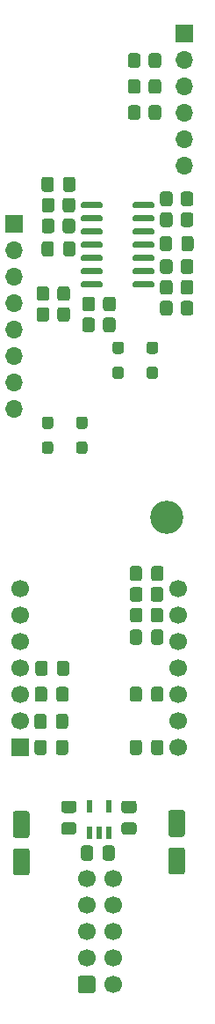
<source format=gts>
G04 #@! TF.GenerationSoftware,KiCad,Pcbnew,8.0.6-8.0.6-0~ubuntu22.04.1*
G04 #@! TF.CreationDate,2025-04-15T21:33:34+01:00*
G04 #@! TF.ProjectId,RP2040-VCO,52503230-3430-42d5-9643-4f2e6b696361,rev?*
G04 #@! TF.SameCoordinates,Original*
G04 #@! TF.FileFunction,Soldermask,Top*
G04 #@! TF.FilePolarity,Negative*
%FSLAX46Y46*%
G04 Gerber Fmt 4.6, Leading zero omitted, Abs format (unit mm)*
G04 Created by KiCad (PCBNEW 8.0.6-8.0.6-0~ubuntu22.04.1) date 2025-04-15 21:33:34*
%MOMM*%
%LPD*%
G01*
G04 APERTURE LIST*
%ADD10C,3.200000*%
%ADD11R,1.700000X1.700000*%
%ADD12O,1.700000X1.700000*%
%ADD13R,0.600000X1.200000*%
%ADD14C,1.700000*%
G04 APERTURE END LIST*
G36*
G01*
X54550000Y-130400000D02*
X53450000Y-130400000D01*
G75*
G02*
X53200000Y-130150000I0J250000D01*
G01*
X53200000Y-128050000D01*
G75*
G02*
X53450000Y-127800000I250000J0D01*
G01*
X54550000Y-127800000D01*
G75*
G02*
X54800000Y-128050000I0J-250000D01*
G01*
X54800000Y-130150000D01*
G75*
G02*
X54550000Y-130400000I-250000J0D01*
G01*
G37*
G36*
G01*
X54550000Y-126800000D02*
X53450000Y-126800000D01*
G75*
G02*
X53200000Y-126550000I0J250000D01*
G01*
X53200000Y-124450000D01*
G75*
G02*
X53450000Y-124200000I250000J0D01*
G01*
X54550000Y-124200000D01*
G75*
G02*
X54800000Y-124450000I0J-250000D01*
G01*
X54800000Y-126550000D01*
G75*
G02*
X54550000Y-126800000I-250000J0D01*
G01*
G37*
G36*
G01*
X68450000Y-124100000D02*
X69550000Y-124100000D01*
G75*
G02*
X69800000Y-124350000I0J-250000D01*
G01*
X69800000Y-126450000D01*
G75*
G02*
X69550000Y-126700000I-250000J0D01*
G01*
X68450000Y-126700000D01*
G75*
G02*
X68200000Y-126450000I0J250000D01*
G01*
X68200000Y-124350000D01*
G75*
G02*
X68450000Y-124100000I250000J0D01*
G01*
G37*
G36*
G01*
X68450000Y-127700000D02*
X69550000Y-127700000D01*
G75*
G02*
X69800000Y-127950000I0J-250000D01*
G01*
X69800000Y-130050000D01*
G75*
G02*
X69550000Y-130300000I-250000J0D01*
G01*
X68450000Y-130300000D01*
G75*
G02*
X68200000Y-130050000I0J250000D01*
G01*
X68200000Y-127950000D01*
G75*
G02*
X68450000Y-127700000I250000J0D01*
G01*
G37*
G36*
G01*
X67700000Y-104950000D02*
X67700000Y-105850000D01*
G75*
G02*
X67450000Y-106100000I-250000J0D01*
G01*
X66750000Y-106100000D01*
G75*
G02*
X66500000Y-105850000I0J250000D01*
G01*
X66500000Y-104950000D01*
G75*
G02*
X66750000Y-104700000I250000J0D01*
G01*
X67450000Y-104700000D01*
G75*
G02*
X67700000Y-104950000I0J-250000D01*
G01*
G37*
G36*
G01*
X65700000Y-104950000D02*
X65700000Y-105850000D01*
G75*
G02*
X65450000Y-106100000I-250000J0D01*
G01*
X64750000Y-106100000D01*
G75*
G02*
X64500000Y-105850000I0J250000D01*
G01*
X64500000Y-104950000D01*
G75*
G02*
X64750000Y-104700000I250000J0D01*
G01*
X65450000Y-104700000D01*
G75*
G02*
X65700000Y-104950000I0J-250000D01*
G01*
G37*
D10*
X68000000Y-96000000D03*
G36*
G01*
X67400000Y-65850000D02*
X67400000Y-64950000D01*
G75*
G02*
X67650000Y-64700000I250000J0D01*
G01*
X68350000Y-64700000D01*
G75*
G02*
X68600000Y-64950000I0J-250000D01*
G01*
X68600000Y-65850000D01*
G75*
G02*
X68350000Y-66100000I-250000J0D01*
G01*
X67650000Y-66100000D01*
G75*
G02*
X67400000Y-65850000I0J250000D01*
G01*
G37*
G36*
G01*
X69400000Y-65850000D02*
X69400000Y-64950000D01*
G75*
G02*
X69650000Y-64700000I250000J0D01*
G01*
X70350000Y-64700000D01*
G75*
G02*
X70600000Y-64950000I0J-250000D01*
G01*
X70600000Y-65850000D01*
G75*
G02*
X70350000Y-66100000I-250000J0D01*
G01*
X69650000Y-66100000D01*
G75*
G02*
X69400000Y-65850000I0J250000D01*
G01*
G37*
G36*
G01*
X67700000Y-102950000D02*
X67700000Y-103850000D01*
G75*
G02*
X67450000Y-104100000I-250000J0D01*
G01*
X66750000Y-104100000D01*
G75*
G02*
X66500000Y-103850000I0J250000D01*
G01*
X66500000Y-102950000D01*
G75*
G02*
X66750000Y-102700000I250000J0D01*
G01*
X67450000Y-102700000D01*
G75*
G02*
X67700000Y-102950000I0J-250000D01*
G01*
G37*
G36*
G01*
X65700000Y-102950000D02*
X65700000Y-103850000D01*
G75*
G02*
X65450000Y-104100000I-250000J0D01*
G01*
X64750000Y-104100000D01*
G75*
G02*
X64500000Y-103850000I0J250000D01*
G01*
X64500000Y-102950000D01*
G75*
G02*
X64750000Y-102700000I250000J0D01*
G01*
X65450000Y-102700000D01*
G75*
G02*
X65700000Y-102950000I0J-250000D01*
G01*
G37*
G36*
G01*
X67400000Y-72350000D02*
X67400000Y-71450000D01*
G75*
G02*
X67650000Y-71200000I250000J0D01*
G01*
X68350000Y-71200000D01*
G75*
G02*
X68600000Y-71450000I0J-250000D01*
G01*
X68600000Y-72350000D01*
G75*
G02*
X68350000Y-72600000I-250000J0D01*
G01*
X67650000Y-72600000D01*
G75*
G02*
X67400000Y-72350000I0J250000D01*
G01*
G37*
G36*
G01*
X69400000Y-72350000D02*
X69400000Y-71450000D01*
G75*
G02*
X69650000Y-71200000I250000J0D01*
G01*
X70350000Y-71200000D01*
G75*
G02*
X70600000Y-71450000I0J-250000D01*
G01*
X70600000Y-72350000D01*
G75*
G02*
X70350000Y-72600000I-250000J0D01*
G01*
X69650000Y-72600000D01*
G75*
G02*
X69400000Y-72350000I0J250000D01*
G01*
G37*
G36*
G01*
X67725000Y-117625000D02*
X67725000Y-118575000D01*
G75*
G02*
X67475000Y-118825000I-250000J0D01*
G01*
X66800000Y-118825000D01*
G75*
G02*
X66550000Y-118575000I0J250000D01*
G01*
X66550000Y-117625000D01*
G75*
G02*
X66800000Y-117375000I250000J0D01*
G01*
X67475000Y-117375000D01*
G75*
G02*
X67725000Y-117625000I0J-250000D01*
G01*
G37*
G36*
G01*
X65650000Y-117625000D02*
X65650000Y-118575000D01*
G75*
G02*
X65400000Y-118825000I-250000J0D01*
G01*
X64725000Y-118825000D01*
G75*
G02*
X64475000Y-118575000I0J250000D01*
G01*
X64475000Y-117625000D01*
G75*
G02*
X64725000Y-117375000I250000J0D01*
G01*
X65400000Y-117375000D01*
G75*
G02*
X65650000Y-117625000I0J-250000D01*
G01*
G37*
G36*
G01*
X67200000Y-79375000D02*
X67200000Y-80025000D01*
G75*
G02*
X66925000Y-80300000I-275000J0D01*
G01*
X66375000Y-80300000D01*
G75*
G02*
X66100000Y-80025000I0J275000D01*
G01*
X66100000Y-79375000D01*
G75*
G02*
X66375000Y-79100000I275000J0D01*
G01*
X66925000Y-79100000D01*
G75*
G02*
X67200000Y-79375000I0J-275000D01*
G01*
G37*
G36*
G01*
X63900000Y-79375000D02*
X63900000Y-80025000D01*
G75*
G02*
X63625000Y-80300000I-275000J0D01*
G01*
X63075000Y-80300000D01*
G75*
G02*
X62800000Y-80025000I0J275000D01*
G01*
X62800000Y-79375000D01*
G75*
G02*
X63075000Y-79100000I275000J0D01*
G01*
X63625000Y-79100000D01*
G75*
G02*
X63900000Y-79375000I0J-275000D01*
G01*
G37*
G36*
G01*
X59775000Y-128725000D02*
X59775000Y-127775000D01*
G75*
G02*
X60025000Y-127525000I250000J0D01*
G01*
X60700000Y-127525000D01*
G75*
G02*
X60950000Y-127775000I0J-250000D01*
G01*
X60950000Y-128725000D01*
G75*
G02*
X60700000Y-128975000I-250000J0D01*
G01*
X60025000Y-128975000D01*
G75*
G02*
X59775000Y-128725000I0J250000D01*
G01*
G37*
G36*
G01*
X61850000Y-128725000D02*
X61850000Y-127775000D01*
G75*
G02*
X62100000Y-127525000I250000J0D01*
G01*
X62775000Y-127525000D01*
G75*
G02*
X63025000Y-127775000I0J-250000D01*
G01*
X63025000Y-128725000D01*
G75*
G02*
X62775000Y-128975000I-250000J0D01*
G01*
X62100000Y-128975000D01*
G75*
G02*
X61850000Y-128725000I0J250000D01*
G01*
G37*
G36*
G01*
X55275000Y-116075000D02*
X55275000Y-115125000D01*
G75*
G02*
X55525000Y-114875000I250000J0D01*
G01*
X56200000Y-114875000D01*
G75*
G02*
X56450000Y-115125000I0J-250000D01*
G01*
X56450000Y-116075000D01*
G75*
G02*
X56200000Y-116325000I-250000J0D01*
G01*
X55525000Y-116325000D01*
G75*
G02*
X55275000Y-116075000I0J250000D01*
G01*
G37*
G36*
G01*
X57350000Y-116075000D02*
X57350000Y-115125000D01*
G75*
G02*
X57600000Y-114875000I250000J0D01*
G01*
X58275000Y-114875000D01*
G75*
G02*
X58525000Y-115125000I0J-250000D01*
G01*
X58525000Y-116075000D01*
G75*
G02*
X58275000Y-116325000I-250000J0D01*
G01*
X57600000Y-116325000D01*
G75*
G02*
X57350000Y-116075000I0J250000D01*
G01*
G37*
D11*
X69700000Y-49500000D03*
D12*
X69700000Y-52040000D03*
X69700000Y-54580000D03*
X69700000Y-57120000D03*
X69700000Y-59660000D03*
X69700000Y-62200000D03*
G36*
G01*
X64475000Y-101875000D02*
X64475000Y-100925000D01*
G75*
G02*
X64725000Y-100675000I250000J0D01*
G01*
X65400000Y-100675000D01*
G75*
G02*
X65650000Y-100925000I0J-250000D01*
G01*
X65650000Y-101875000D01*
G75*
G02*
X65400000Y-102125000I-250000J0D01*
G01*
X64725000Y-102125000D01*
G75*
G02*
X64475000Y-101875000I0J250000D01*
G01*
G37*
G36*
G01*
X66550000Y-101875000D02*
X66550000Y-100925000D01*
G75*
G02*
X66800000Y-100675000I250000J0D01*
G01*
X67475000Y-100675000D01*
G75*
G02*
X67725000Y-100925000I0J-250000D01*
G01*
X67725000Y-101875000D01*
G75*
G02*
X67475000Y-102125000I-250000J0D01*
G01*
X66800000Y-102125000D01*
G75*
G02*
X66550000Y-101875000I0J250000D01*
G01*
G37*
G36*
G01*
X60400000Y-88975000D02*
X60400000Y-89625000D01*
G75*
G02*
X60125000Y-89900000I-275000J0D01*
G01*
X59575000Y-89900000D01*
G75*
G02*
X59300000Y-89625000I0J275000D01*
G01*
X59300000Y-88975000D01*
G75*
G02*
X59575000Y-88700000I275000J0D01*
G01*
X60125000Y-88700000D01*
G75*
G02*
X60400000Y-88975000I0J-275000D01*
G01*
G37*
G36*
G01*
X57100000Y-88975000D02*
X57100000Y-89625000D01*
G75*
G02*
X56825000Y-89900000I-275000J0D01*
G01*
X56275000Y-89900000D01*
G75*
G02*
X56000000Y-89625000I0J275000D01*
G01*
X56000000Y-88975000D01*
G75*
G02*
X56275000Y-88700000I275000J0D01*
G01*
X56825000Y-88700000D01*
G75*
G02*
X57100000Y-88975000I0J-275000D01*
G01*
G37*
G36*
G01*
X55975000Y-64475000D02*
X55975000Y-63525000D01*
G75*
G02*
X56225000Y-63275000I250000J0D01*
G01*
X56900000Y-63275000D01*
G75*
G02*
X57150000Y-63525000I0J-250000D01*
G01*
X57150000Y-64475000D01*
G75*
G02*
X56900000Y-64725000I-250000J0D01*
G01*
X56225000Y-64725000D01*
G75*
G02*
X55975000Y-64475000I0J250000D01*
G01*
G37*
G36*
G01*
X58050000Y-64475000D02*
X58050000Y-63525000D01*
G75*
G02*
X58300000Y-63275000I250000J0D01*
G01*
X58975000Y-63275000D01*
G75*
G02*
X59225000Y-63525000I0J-250000D01*
G01*
X59225000Y-64475000D01*
G75*
G02*
X58975000Y-64725000I-250000J0D01*
G01*
X58300000Y-64725000D01*
G75*
G02*
X58050000Y-64475000I0J250000D01*
G01*
G37*
G36*
G01*
X70600000Y-75450000D02*
X70600000Y-76350000D01*
G75*
G02*
X70350000Y-76600000I-250000J0D01*
G01*
X69650000Y-76600000D01*
G75*
G02*
X69400000Y-76350000I0J250000D01*
G01*
X69400000Y-75450000D01*
G75*
G02*
X69650000Y-75200000I250000J0D01*
G01*
X70350000Y-75200000D01*
G75*
G02*
X70600000Y-75450000I0J-250000D01*
G01*
G37*
G36*
G01*
X68600000Y-75450000D02*
X68600000Y-76350000D01*
G75*
G02*
X68350000Y-76600000I-250000J0D01*
G01*
X67650000Y-76600000D01*
G75*
G02*
X67400000Y-76350000I0J250000D01*
G01*
X67400000Y-75450000D01*
G75*
G02*
X67650000Y-75200000I250000J0D01*
G01*
X68350000Y-75200000D01*
G75*
G02*
X68600000Y-75450000I0J-250000D01*
G01*
G37*
G36*
G01*
X59900000Y-77950000D02*
X59900000Y-77050000D01*
G75*
G02*
X60150000Y-76800000I250000J0D01*
G01*
X60850000Y-76800000D01*
G75*
G02*
X61100000Y-77050000I0J-250000D01*
G01*
X61100000Y-77950000D01*
G75*
G02*
X60850000Y-78200000I-250000J0D01*
G01*
X60150000Y-78200000D01*
G75*
G02*
X59900000Y-77950000I0J250000D01*
G01*
G37*
G36*
G01*
X61900000Y-77950000D02*
X61900000Y-77050000D01*
G75*
G02*
X62150000Y-76800000I250000J0D01*
G01*
X62850000Y-76800000D01*
G75*
G02*
X63100000Y-77050000I0J-250000D01*
G01*
X63100000Y-77950000D01*
G75*
G02*
X62850000Y-78200000I-250000J0D01*
G01*
X62150000Y-78200000D01*
G75*
G02*
X61900000Y-77950000I0J250000D01*
G01*
G37*
G36*
G01*
X55500000Y-76950000D02*
X55500000Y-76050000D01*
G75*
G02*
X55750000Y-75800000I250000J0D01*
G01*
X56450000Y-75800000D01*
G75*
G02*
X56700000Y-76050000I0J-250000D01*
G01*
X56700000Y-76950000D01*
G75*
G02*
X56450000Y-77200000I-250000J0D01*
G01*
X55750000Y-77200000D01*
G75*
G02*
X55500000Y-76950000I0J250000D01*
G01*
G37*
G36*
G01*
X57500000Y-76950000D02*
X57500000Y-76050000D01*
G75*
G02*
X57750000Y-75800000I250000J0D01*
G01*
X58450000Y-75800000D01*
G75*
G02*
X58700000Y-76050000I0J-250000D01*
G01*
X58700000Y-76950000D01*
G75*
G02*
X58450000Y-77200000I-250000J0D01*
G01*
X57750000Y-77200000D01*
G75*
G02*
X57500000Y-76950000I0J250000D01*
G01*
G37*
G36*
G01*
X59775000Y-66140000D02*
X59775000Y-65840000D01*
G75*
G02*
X59925000Y-65690000I150000J0D01*
G01*
X61675000Y-65690000D01*
G75*
G02*
X61825000Y-65840000I0J-150000D01*
G01*
X61825000Y-66140000D01*
G75*
G02*
X61675000Y-66290000I-150000J0D01*
G01*
X59925000Y-66290000D01*
G75*
G02*
X59775000Y-66140000I0J150000D01*
G01*
G37*
G36*
G01*
X59775000Y-67410000D02*
X59775000Y-67110000D01*
G75*
G02*
X59925000Y-66960000I150000J0D01*
G01*
X61675000Y-66960000D01*
G75*
G02*
X61825000Y-67110000I0J-150000D01*
G01*
X61825000Y-67410000D01*
G75*
G02*
X61675000Y-67560000I-150000J0D01*
G01*
X59925000Y-67560000D01*
G75*
G02*
X59775000Y-67410000I0J150000D01*
G01*
G37*
G36*
G01*
X59775000Y-68680000D02*
X59775000Y-68380000D01*
G75*
G02*
X59925000Y-68230000I150000J0D01*
G01*
X61675000Y-68230000D01*
G75*
G02*
X61825000Y-68380000I0J-150000D01*
G01*
X61825000Y-68680000D01*
G75*
G02*
X61675000Y-68830000I-150000J0D01*
G01*
X59925000Y-68830000D01*
G75*
G02*
X59775000Y-68680000I0J150000D01*
G01*
G37*
G36*
G01*
X59775000Y-69950000D02*
X59775000Y-69650000D01*
G75*
G02*
X59925000Y-69500000I150000J0D01*
G01*
X61675000Y-69500000D01*
G75*
G02*
X61825000Y-69650000I0J-150000D01*
G01*
X61825000Y-69950000D01*
G75*
G02*
X61675000Y-70100000I-150000J0D01*
G01*
X59925000Y-70100000D01*
G75*
G02*
X59775000Y-69950000I0J150000D01*
G01*
G37*
G36*
G01*
X59775000Y-71220000D02*
X59775000Y-70920000D01*
G75*
G02*
X59925000Y-70770000I150000J0D01*
G01*
X61675000Y-70770000D01*
G75*
G02*
X61825000Y-70920000I0J-150000D01*
G01*
X61825000Y-71220000D01*
G75*
G02*
X61675000Y-71370000I-150000J0D01*
G01*
X59925000Y-71370000D01*
G75*
G02*
X59775000Y-71220000I0J150000D01*
G01*
G37*
G36*
G01*
X59775000Y-72490000D02*
X59775000Y-72190000D01*
G75*
G02*
X59925000Y-72040000I150000J0D01*
G01*
X61675000Y-72040000D01*
G75*
G02*
X61825000Y-72190000I0J-150000D01*
G01*
X61825000Y-72490000D01*
G75*
G02*
X61675000Y-72640000I-150000J0D01*
G01*
X59925000Y-72640000D01*
G75*
G02*
X59775000Y-72490000I0J150000D01*
G01*
G37*
G36*
G01*
X59775000Y-73760000D02*
X59775000Y-73460000D01*
G75*
G02*
X59925000Y-73310000I150000J0D01*
G01*
X61675000Y-73310000D01*
G75*
G02*
X61825000Y-73460000I0J-150000D01*
G01*
X61825000Y-73760000D01*
G75*
G02*
X61675000Y-73910000I-150000J0D01*
G01*
X59925000Y-73910000D01*
G75*
G02*
X59775000Y-73760000I0J150000D01*
G01*
G37*
G36*
G01*
X64775000Y-73760000D02*
X64775000Y-73460000D01*
G75*
G02*
X64925000Y-73310000I150000J0D01*
G01*
X66675000Y-73310000D01*
G75*
G02*
X66825000Y-73460000I0J-150000D01*
G01*
X66825000Y-73760000D01*
G75*
G02*
X66675000Y-73910000I-150000J0D01*
G01*
X64925000Y-73910000D01*
G75*
G02*
X64775000Y-73760000I0J150000D01*
G01*
G37*
G36*
G01*
X64775000Y-72490000D02*
X64775000Y-72190000D01*
G75*
G02*
X64925000Y-72040000I150000J0D01*
G01*
X66675000Y-72040000D01*
G75*
G02*
X66825000Y-72190000I0J-150000D01*
G01*
X66825000Y-72490000D01*
G75*
G02*
X66675000Y-72640000I-150000J0D01*
G01*
X64925000Y-72640000D01*
G75*
G02*
X64775000Y-72490000I0J150000D01*
G01*
G37*
G36*
G01*
X64775000Y-71220000D02*
X64775000Y-70920000D01*
G75*
G02*
X64925000Y-70770000I150000J0D01*
G01*
X66675000Y-70770000D01*
G75*
G02*
X66825000Y-70920000I0J-150000D01*
G01*
X66825000Y-71220000D01*
G75*
G02*
X66675000Y-71370000I-150000J0D01*
G01*
X64925000Y-71370000D01*
G75*
G02*
X64775000Y-71220000I0J150000D01*
G01*
G37*
G36*
G01*
X64775000Y-69950000D02*
X64775000Y-69650000D01*
G75*
G02*
X64925000Y-69500000I150000J0D01*
G01*
X66675000Y-69500000D01*
G75*
G02*
X66825000Y-69650000I0J-150000D01*
G01*
X66825000Y-69950000D01*
G75*
G02*
X66675000Y-70100000I-150000J0D01*
G01*
X64925000Y-70100000D01*
G75*
G02*
X64775000Y-69950000I0J150000D01*
G01*
G37*
G36*
G01*
X64775000Y-68680000D02*
X64775000Y-68380000D01*
G75*
G02*
X64925000Y-68230000I150000J0D01*
G01*
X66675000Y-68230000D01*
G75*
G02*
X66825000Y-68380000I0J-150000D01*
G01*
X66825000Y-68680000D01*
G75*
G02*
X66675000Y-68830000I-150000J0D01*
G01*
X64925000Y-68830000D01*
G75*
G02*
X64775000Y-68680000I0J150000D01*
G01*
G37*
G36*
G01*
X64775000Y-67410000D02*
X64775000Y-67110000D01*
G75*
G02*
X64925000Y-66960000I150000J0D01*
G01*
X66675000Y-66960000D01*
G75*
G02*
X66825000Y-67110000I0J-150000D01*
G01*
X66825000Y-67410000D01*
G75*
G02*
X66675000Y-67560000I-150000J0D01*
G01*
X64925000Y-67560000D01*
G75*
G02*
X64775000Y-67410000I0J150000D01*
G01*
G37*
G36*
G01*
X64775000Y-66140000D02*
X64775000Y-65840000D01*
G75*
G02*
X64925000Y-65690000I150000J0D01*
G01*
X66675000Y-65690000D01*
G75*
G02*
X66825000Y-65840000I0J-150000D01*
G01*
X66825000Y-66140000D01*
G75*
G02*
X66675000Y-66290000I-150000J0D01*
G01*
X64925000Y-66290000D01*
G75*
G02*
X64775000Y-66140000I0J150000D01*
G01*
G37*
G36*
G01*
X64475000Y-107975000D02*
X64475000Y-107025000D01*
G75*
G02*
X64725000Y-106775000I250000J0D01*
G01*
X65400000Y-106775000D01*
G75*
G02*
X65650000Y-107025000I0J-250000D01*
G01*
X65650000Y-107975000D01*
G75*
G02*
X65400000Y-108225000I-250000J0D01*
G01*
X64725000Y-108225000D01*
G75*
G02*
X64475000Y-107975000I0J250000D01*
G01*
G37*
G36*
G01*
X66550000Y-107975000D02*
X66550000Y-107025000D01*
G75*
G02*
X66800000Y-106775000I250000J0D01*
G01*
X67475000Y-106775000D01*
G75*
G02*
X67725000Y-107025000I0J-250000D01*
G01*
X67725000Y-107975000D01*
G75*
G02*
X67475000Y-108225000I-250000J0D01*
G01*
X66800000Y-108225000D01*
G75*
G02*
X66550000Y-107975000I0J250000D01*
G01*
G37*
G36*
G01*
X58125000Y-123225000D02*
X59075000Y-123225000D01*
G75*
G02*
X59325000Y-123475000I0J-250000D01*
G01*
X59325000Y-124150000D01*
G75*
G02*
X59075000Y-124400000I-250000J0D01*
G01*
X58125000Y-124400000D01*
G75*
G02*
X57875000Y-124150000I0J250000D01*
G01*
X57875000Y-123475000D01*
G75*
G02*
X58125000Y-123225000I250000J0D01*
G01*
G37*
G36*
G01*
X58125000Y-125300000D02*
X59075000Y-125300000D01*
G75*
G02*
X59325000Y-125550000I0J-250000D01*
G01*
X59325000Y-126225000D01*
G75*
G02*
X59075000Y-126475000I-250000J0D01*
G01*
X58125000Y-126475000D01*
G75*
G02*
X57875000Y-126225000I0J250000D01*
G01*
X57875000Y-125550000D01*
G75*
G02*
X58125000Y-125300000I250000J0D01*
G01*
G37*
G36*
G01*
X55500000Y-74950000D02*
X55500000Y-74050000D01*
G75*
G02*
X55750000Y-73800000I250000J0D01*
G01*
X56450000Y-73800000D01*
G75*
G02*
X56700000Y-74050000I0J-250000D01*
G01*
X56700000Y-74950000D01*
G75*
G02*
X56450000Y-75200000I-250000J0D01*
G01*
X55750000Y-75200000D01*
G75*
G02*
X55500000Y-74950000I0J250000D01*
G01*
G37*
G36*
G01*
X57500000Y-74950000D02*
X57500000Y-74050000D01*
G75*
G02*
X57750000Y-73800000I250000J0D01*
G01*
X58450000Y-73800000D01*
G75*
G02*
X58700000Y-74050000I0J-250000D01*
G01*
X58700000Y-74950000D01*
G75*
G02*
X58450000Y-75200000I-250000J0D01*
G01*
X57750000Y-75200000D01*
G75*
G02*
X57500000Y-74950000I0J250000D01*
G01*
G37*
G36*
G01*
X56000000Y-68450000D02*
X56000000Y-67550000D01*
G75*
G02*
X56250000Y-67300000I250000J0D01*
G01*
X56950000Y-67300000D01*
G75*
G02*
X57200000Y-67550000I0J-250000D01*
G01*
X57200000Y-68450000D01*
G75*
G02*
X56950000Y-68700000I-250000J0D01*
G01*
X56250000Y-68700000D01*
G75*
G02*
X56000000Y-68450000I0J250000D01*
G01*
G37*
G36*
G01*
X58000000Y-68450000D02*
X58000000Y-67550000D01*
G75*
G02*
X58250000Y-67300000I250000J0D01*
G01*
X58950000Y-67300000D01*
G75*
G02*
X59200000Y-67550000I0J-250000D01*
G01*
X59200000Y-68450000D01*
G75*
G02*
X58950000Y-68700000I-250000J0D01*
G01*
X58250000Y-68700000D01*
G75*
G02*
X58000000Y-68450000I0J250000D01*
G01*
G37*
G36*
G01*
X67400000Y-74350000D02*
X67400000Y-73450000D01*
G75*
G02*
X67650000Y-73200000I250000J0D01*
G01*
X68350000Y-73200000D01*
G75*
G02*
X68600000Y-73450000I0J-250000D01*
G01*
X68600000Y-74350000D01*
G75*
G02*
X68350000Y-74600000I-250000J0D01*
G01*
X67650000Y-74600000D01*
G75*
G02*
X67400000Y-74350000I0J250000D01*
G01*
G37*
G36*
G01*
X69400000Y-74350000D02*
X69400000Y-73450000D01*
G75*
G02*
X69650000Y-73200000I250000J0D01*
G01*
X70350000Y-73200000D01*
G75*
G02*
X70600000Y-73450000I0J-250000D01*
G01*
X70600000Y-74350000D01*
G75*
G02*
X70350000Y-74600000I-250000J0D01*
G01*
X69650000Y-74600000D01*
G75*
G02*
X69400000Y-74350000I0J250000D01*
G01*
G37*
G36*
G01*
X70625000Y-69225000D02*
X70625000Y-70175000D01*
G75*
G02*
X70375000Y-70425000I-250000J0D01*
G01*
X69700000Y-70425000D01*
G75*
G02*
X69450000Y-70175000I0J250000D01*
G01*
X69450000Y-69225000D01*
G75*
G02*
X69700000Y-68975000I250000J0D01*
G01*
X70375000Y-68975000D01*
G75*
G02*
X70625000Y-69225000I0J-250000D01*
G01*
G37*
G36*
G01*
X68550000Y-69225000D02*
X68550000Y-70175000D01*
G75*
G02*
X68300000Y-70425000I-250000J0D01*
G01*
X67625000Y-70425000D01*
G75*
G02*
X67375000Y-70175000I0J250000D01*
G01*
X67375000Y-69225000D01*
G75*
G02*
X67625000Y-68975000I250000J0D01*
G01*
X68300000Y-68975000D01*
G75*
G02*
X68550000Y-69225000I0J-250000D01*
G01*
G37*
D11*
X53300000Y-67800000D03*
D12*
X53300000Y-70340000D03*
X53300000Y-72880000D03*
X53300000Y-75420000D03*
X53300000Y-77960000D03*
X53300000Y-80500000D03*
X53300000Y-83040000D03*
X53300000Y-85580000D03*
G36*
G01*
X55312500Y-113475000D02*
X55312500Y-112525000D01*
G75*
G02*
X55562500Y-112275000I250000J0D01*
G01*
X56237500Y-112275000D01*
G75*
G02*
X56487500Y-112525000I0J-250000D01*
G01*
X56487500Y-113475000D01*
G75*
G02*
X56237500Y-113725000I-250000J0D01*
G01*
X55562500Y-113725000D01*
G75*
G02*
X55312500Y-113475000I0J250000D01*
G01*
G37*
G36*
G01*
X57387500Y-113475000D02*
X57387500Y-112525000D01*
G75*
G02*
X57637500Y-112275000I250000J0D01*
G01*
X58312500Y-112275000D01*
G75*
G02*
X58562500Y-112525000I0J-250000D01*
G01*
X58562500Y-113475000D01*
G75*
G02*
X58312500Y-113725000I-250000J0D01*
G01*
X57637500Y-113725000D01*
G75*
G02*
X57387500Y-113475000I0J250000D01*
G01*
G37*
G36*
G01*
X67500000Y-56650000D02*
X67500000Y-57550000D01*
G75*
G02*
X67250000Y-57800000I-250000J0D01*
G01*
X66550000Y-57800000D01*
G75*
G02*
X66300000Y-57550000I0J250000D01*
G01*
X66300000Y-56650000D01*
G75*
G02*
X66550000Y-56400000I250000J0D01*
G01*
X67250000Y-56400000D01*
G75*
G02*
X67500000Y-56650000I0J-250000D01*
G01*
G37*
G36*
G01*
X65500000Y-56650000D02*
X65500000Y-57550000D01*
G75*
G02*
X65250000Y-57800000I-250000J0D01*
G01*
X64550000Y-57800000D01*
G75*
G02*
X64300000Y-57550000I0J250000D01*
G01*
X64300000Y-56650000D01*
G75*
G02*
X64550000Y-56400000I250000J0D01*
G01*
X65250000Y-56400000D01*
G75*
G02*
X65500000Y-56650000I0J-250000D01*
G01*
G37*
G36*
G01*
X67200000Y-81775000D02*
X67200000Y-82425000D01*
G75*
G02*
X66925000Y-82700000I-275000J0D01*
G01*
X66375000Y-82700000D01*
G75*
G02*
X66100000Y-82425000I0J275000D01*
G01*
X66100000Y-81775000D01*
G75*
G02*
X66375000Y-81500000I275000J0D01*
G01*
X66925000Y-81500000D01*
G75*
G02*
X67200000Y-81775000I0J-275000D01*
G01*
G37*
G36*
G01*
X63900000Y-81775000D02*
X63900000Y-82425000D01*
G75*
G02*
X63625000Y-82700000I-275000J0D01*
G01*
X63075000Y-82700000D01*
G75*
G02*
X62800000Y-82425000I0J275000D01*
G01*
X62800000Y-81775000D01*
G75*
G02*
X63075000Y-81500000I275000J0D01*
G01*
X63625000Y-81500000D01*
G75*
G02*
X63900000Y-81775000I0J-275000D01*
G01*
G37*
G36*
G01*
X59900000Y-75950000D02*
X59900000Y-75050000D01*
G75*
G02*
X60150000Y-74800000I250000J0D01*
G01*
X60850000Y-74800000D01*
G75*
G02*
X61100000Y-75050000I0J-250000D01*
G01*
X61100000Y-75950000D01*
G75*
G02*
X60850000Y-76200000I-250000J0D01*
G01*
X60150000Y-76200000D01*
G75*
G02*
X59900000Y-75950000I0J250000D01*
G01*
G37*
G36*
G01*
X61900000Y-75950000D02*
X61900000Y-75050000D01*
G75*
G02*
X62150000Y-74800000I250000J0D01*
G01*
X62850000Y-74800000D01*
G75*
G02*
X63100000Y-75050000I0J-250000D01*
G01*
X63100000Y-75950000D01*
G75*
G02*
X62850000Y-76200000I-250000J0D01*
G01*
X62150000Y-76200000D01*
G75*
G02*
X61900000Y-75950000I0J250000D01*
G01*
G37*
G36*
G01*
X56000000Y-66450000D02*
X56000000Y-65550000D01*
G75*
G02*
X56250000Y-65300000I250000J0D01*
G01*
X56950000Y-65300000D01*
G75*
G02*
X57200000Y-65550000I0J-250000D01*
G01*
X57200000Y-66450000D01*
G75*
G02*
X56950000Y-66700000I-250000J0D01*
G01*
X56250000Y-66700000D01*
G75*
G02*
X56000000Y-66450000I0J250000D01*
G01*
G37*
G36*
G01*
X58000000Y-66450000D02*
X58000000Y-65550000D01*
G75*
G02*
X58250000Y-65300000I250000J0D01*
G01*
X58950000Y-65300000D01*
G75*
G02*
X59200000Y-65550000I0J-250000D01*
G01*
X59200000Y-66450000D01*
G75*
G02*
X58950000Y-66700000I-250000J0D01*
G01*
X58250000Y-66700000D01*
G75*
G02*
X58000000Y-66450000I0J250000D01*
G01*
G37*
G36*
G01*
X55375000Y-110975000D02*
X55375000Y-110025000D01*
G75*
G02*
X55625000Y-109775000I250000J0D01*
G01*
X56300000Y-109775000D01*
G75*
G02*
X56550000Y-110025000I0J-250000D01*
G01*
X56550000Y-110975000D01*
G75*
G02*
X56300000Y-111225000I-250000J0D01*
G01*
X55625000Y-111225000D01*
G75*
G02*
X55375000Y-110975000I0J250000D01*
G01*
G37*
G36*
G01*
X57450000Y-110975000D02*
X57450000Y-110025000D01*
G75*
G02*
X57700000Y-109775000I250000J0D01*
G01*
X58375000Y-109775000D01*
G75*
G02*
X58625000Y-110025000I0J-250000D01*
G01*
X58625000Y-110975000D01*
G75*
G02*
X58375000Y-111225000I-250000J0D01*
G01*
X57700000Y-111225000D01*
G75*
G02*
X57450000Y-110975000I0J250000D01*
G01*
G37*
G36*
G01*
X55275000Y-118575000D02*
X55275000Y-117625000D01*
G75*
G02*
X55525000Y-117375000I250000J0D01*
G01*
X56200000Y-117375000D01*
G75*
G02*
X56450000Y-117625000I0J-250000D01*
G01*
X56450000Y-118575000D01*
G75*
G02*
X56200000Y-118825000I-250000J0D01*
G01*
X55525000Y-118825000D01*
G75*
G02*
X55275000Y-118575000I0J250000D01*
G01*
G37*
G36*
G01*
X57350000Y-118575000D02*
X57350000Y-117625000D01*
G75*
G02*
X57600000Y-117375000I250000J0D01*
G01*
X58275000Y-117375000D01*
G75*
G02*
X58525000Y-117625000I0J-250000D01*
G01*
X58525000Y-118575000D01*
G75*
G02*
X58275000Y-118825000I-250000J0D01*
G01*
X57600000Y-118825000D01*
G75*
G02*
X57350000Y-118575000I0J250000D01*
G01*
G37*
G36*
G01*
X60400000Y-86575000D02*
X60400000Y-87225000D01*
G75*
G02*
X60125000Y-87500000I-275000J0D01*
G01*
X59575000Y-87500000D01*
G75*
G02*
X59300000Y-87225000I0J275000D01*
G01*
X59300000Y-86575000D01*
G75*
G02*
X59575000Y-86300000I275000J0D01*
G01*
X60125000Y-86300000D01*
G75*
G02*
X60400000Y-86575000I0J-275000D01*
G01*
G37*
G36*
G01*
X57100000Y-86575000D02*
X57100000Y-87225000D01*
G75*
G02*
X56825000Y-87500000I-275000J0D01*
G01*
X56275000Y-87500000D01*
G75*
G02*
X56000000Y-87225000I0J275000D01*
G01*
X56000000Y-86575000D01*
G75*
G02*
X56275000Y-86300000I275000J0D01*
G01*
X56825000Y-86300000D01*
G75*
G02*
X57100000Y-86575000I0J-275000D01*
G01*
G37*
G36*
G01*
X67500000Y-54150000D02*
X67500000Y-55050000D01*
G75*
G02*
X67250000Y-55300000I-250000J0D01*
G01*
X66550000Y-55300000D01*
G75*
G02*
X66300000Y-55050000I0J250000D01*
G01*
X66300000Y-54150000D01*
G75*
G02*
X66550000Y-53900000I250000J0D01*
G01*
X67250000Y-53900000D01*
G75*
G02*
X67500000Y-54150000I0J-250000D01*
G01*
G37*
G36*
G01*
X65500000Y-54150000D02*
X65500000Y-55050000D01*
G75*
G02*
X65250000Y-55300000I-250000J0D01*
G01*
X64550000Y-55300000D01*
G75*
G02*
X64300000Y-55050000I0J250000D01*
G01*
X64300000Y-54150000D01*
G75*
G02*
X64550000Y-53900000I250000J0D01*
G01*
X65250000Y-53900000D01*
G75*
G02*
X65500000Y-54150000I0J-250000D01*
G01*
G37*
G36*
G01*
X63925000Y-123225000D02*
X64875000Y-123225000D01*
G75*
G02*
X65125000Y-123475000I0J-250000D01*
G01*
X65125000Y-124150000D01*
G75*
G02*
X64875000Y-124400000I-250000J0D01*
G01*
X63925000Y-124400000D01*
G75*
G02*
X63675000Y-124150000I0J250000D01*
G01*
X63675000Y-123475000D01*
G75*
G02*
X63925000Y-123225000I250000J0D01*
G01*
G37*
G36*
G01*
X63925000Y-125300000D02*
X64875000Y-125300000D01*
G75*
G02*
X65125000Y-125550000I0J-250000D01*
G01*
X65125000Y-126225000D01*
G75*
G02*
X64875000Y-126475000I-250000J0D01*
G01*
X63925000Y-126475000D01*
G75*
G02*
X63675000Y-126225000I0J250000D01*
G01*
X63675000Y-125550000D01*
G75*
G02*
X63925000Y-125300000I250000J0D01*
G01*
G37*
G36*
G01*
X59225000Y-69725000D02*
X59225000Y-70675000D01*
G75*
G02*
X58975000Y-70925000I-250000J0D01*
G01*
X58300000Y-70925000D01*
G75*
G02*
X58050000Y-70675000I0J250000D01*
G01*
X58050000Y-69725000D01*
G75*
G02*
X58300000Y-69475000I250000J0D01*
G01*
X58975000Y-69475000D01*
G75*
G02*
X59225000Y-69725000I0J-250000D01*
G01*
G37*
G36*
G01*
X57150000Y-69725000D02*
X57150000Y-70675000D01*
G75*
G02*
X56900000Y-70925000I-250000J0D01*
G01*
X56225000Y-70925000D01*
G75*
G02*
X55975000Y-70675000I0J250000D01*
G01*
X55975000Y-69725000D01*
G75*
G02*
X56225000Y-69475000I250000J0D01*
G01*
X56900000Y-69475000D01*
G75*
G02*
X57150000Y-69725000I0J-250000D01*
G01*
G37*
G36*
G01*
X67500000Y-51650000D02*
X67500000Y-52550000D01*
G75*
G02*
X67250000Y-52800000I-250000J0D01*
G01*
X66550000Y-52800000D01*
G75*
G02*
X66300000Y-52550000I0J250000D01*
G01*
X66300000Y-51650000D01*
G75*
G02*
X66550000Y-51400000I250000J0D01*
G01*
X67250000Y-51400000D01*
G75*
G02*
X67500000Y-51650000I0J-250000D01*
G01*
G37*
G36*
G01*
X65500000Y-51650000D02*
X65500000Y-52550000D01*
G75*
G02*
X65250000Y-52800000I-250000J0D01*
G01*
X64550000Y-52800000D01*
G75*
G02*
X64300000Y-52550000I0J250000D01*
G01*
X64300000Y-51650000D01*
G75*
G02*
X64550000Y-51400000I250000J0D01*
G01*
X65250000Y-51400000D01*
G75*
G02*
X65500000Y-51650000I0J-250000D01*
G01*
G37*
G36*
G01*
X67725000Y-112525000D02*
X67725000Y-113475000D01*
G75*
G02*
X67475000Y-113725000I-250000J0D01*
G01*
X66800000Y-113725000D01*
G75*
G02*
X66550000Y-113475000I0J250000D01*
G01*
X66550000Y-112525000D01*
G75*
G02*
X66800000Y-112275000I250000J0D01*
G01*
X67475000Y-112275000D01*
G75*
G02*
X67725000Y-112525000I0J-250000D01*
G01*
G37*
G36*
G01*
X65650000Y-112525000D02*
X65650000Y-113475000D01*
G75*
G02*
X65400000Y-113725000I-250000J0D01*
G01*
X64725000Y-113725000D01*
G75*
G02*
X64475000Y-113475000I0J250000D01*
G01*
X64475000Y-112525000D01*
G75*
G02*
X64725000Y-112275000I250000J0D01*
G01*
X65400000Y-112275000D01*
G75*
G02*
X65650000Y-112525000I0J-250000D01*
G01*
G37*
D13*
X60550000Y-126300000D03*
X61500000Y-126300000D03*
X62450000Y-126300000D03*
X62450000Y-123800000D03*
X60550000Y-123800000D03*
G36*
G01*
X67400000Y-67850000D02*
X67400000Y-66950000D01*
G75*
G02*
X67650000Y-66700000I250000J0D01*
G01*
X68350000Y-66700000D01*
G75*
G02*
X68600000Y-66950000I0J-250000D01*
G01*
X68600000Y-67850000D01*
G75*
G02*
X68350000Y-68100000I-250000J0D01*
G01*
X67650000Y-68100000D01*
G75*
G02*
X67400000Y-67850000I0J250000D01*
G01*
G37*
G36*
G01*
X69400000Y-67850000D02*
X69400000Y-66950000D01*
G75*
G02*
X69650000Y-66700000I250000J0D01*
G01*
X70350000Y-66700000D01*
G75*
G02*
X70600000Y-66950000I0J-250000D01*
G01*
X70600000Y-67850000D01*
G75*
G02*
X70350000Y-68100000I-250000J0D01*
G01*
X69650000Y-68100000D01*
G75*
G02*
X69400000Y-67850000I0J250000D01*
G01*
G37*
G36*
G01*
X59450000Y-141480000D02*
X59450000Y-140280000D01*
G75*
G02*
X59700000Y-140030000I250000J0D01*
G01*
X60900000Y-140030000D01*
G75*
G02*
X61150000Y-140280000I0J-250000D01*
G01*
X61150000Y-141480000D01*
G75*
G02*
X60900000Y-141730000I-250000J0D01*
G01*
X59700000Y-141730000D01*
G75*
G02*
X59450000Y-141480000I0J250000D01*
G01*
G37*
D14*
X62840000Y-140880000D03*
X60300000Y-138340000D03*
X62840000Y-138340000D03*
X60300000Y-135800000D03*
X62840000Y-135800000D03*
X60300000Y-133260000D03*
X62840000Y-133260000D03*
X60300000Y-130720000D03*
X62840000Y-130720000D03*
D11*
X53880000Y-118120000D03*
D14*
X53880000Y-115580000D03*
X53880000Y-113040000D03*
X53880000Y-110500000D03*
X53880000Y-107960000D03*
X53880000Y-105420000D03*
X53880000Y-102880000D03*
X69120000Y-102880000D03*
X69120000Y-105420000D03*
X69120000Y-107960000D03*
X69120000Y-110500000D03*
X69120000Y-113040000D03*
X69120000Y-115580000D03*
X69120000Y-118120000D03*
M02*

</source>
